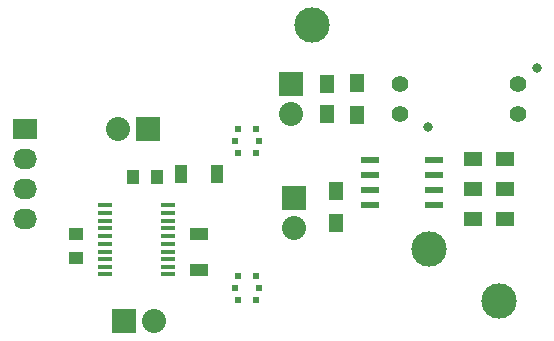
<source format=gts>
G04 #@! TF.FileFunction,Soldermask,Top*
%FSLAX46Y46*%
G04 Gerber Fmt 4.6, Leading zero omitted, Abs format (unit mm)*
G04 Created by KiCad (PCBNEW 0.201506222247+5806~23~ubuntu14.04.1-product) date Tue 30 Jun 2015 21:50:21 CEST*
%MOMM*%
G01*
G04 APERTURE LIST*
%ADD10C,0.100000*%
%ADD11C,0.609600*%
%ADD12R,1.250000X1.500000*%
%ADD13R,2.032000X2.032000*%
%ADD14O,2.032000X2.032000*%
%ADD15R,1.300000X1.500000*%
%ADD16R,1.500000X1.300000*%
%ADD17C,2.999740*%
%ADD18C,0.800000*%
%ADD19C,1.400000*%
%ADD20R,1.550000X0.600000*%
%ADD21C,3.000000*%
%ADD22R,1.000000X1.250000*%
%ADD23R,1.000000X1.600000*%
%ADD24R,1.250000X1.000000*%
%ADD25R,1.600000X1.000000*%
%ADD26R,2.032000X1.727200*%
%ADD27O,2.032000X1.727200*%
%ADD28R,1.270000X0.406400*%
G04 APERTURE END LIST*
D10*
D11*
X146431000Y-102616000D03*
X146177000Y-103632000D03*
X146431000Y-104648000D03*
X148209000Y-103632000D03*
X147955000Y-102616000D03*
X147955000Y-104648000D03*
D12*
X153924000Y-86380000D03*
X153924000Y-88880000D03*
D13*
X150876000Y-86360000D03*
D14*
X150876000Y-88900000D03*
D13*
X151130000Y-96012000D03*
D14*
X151130000Y-98552000D03*
D15*
X154686000Y-98124000D03*
X154686000Y-95424000D03*
D16*
X168990000Y-97790000D03*
X166290000Y-97790000D03*
D15*
X156464000Y-88980000D03*
X156464000Y-86280000D03*
D16*
X168990000Y-92710000D03*
X166290000Y-92710000D03*
X166290000Y-95250000D03*
X168990000Y-95250000D03*
D17*
X162560000Y-100330000D03*
D18*
X171700000Y-85030000D03*
X162500000Y-89980000D03*
D19*
X170100000Y-88900000D03*
X170100000Y-86360000D03*
X160100000Y-88900000D03*
X160100000Y-86360000D03*
D20*
X162974000Y-96647000D03*
X162974000Y-95377000D03*
X162974000Y-94107000D03*
X162974000Y-92837000D03*
X157574000Y-92837000D03*
X157574000Y-94107000D03*
X157574000Y-95377000D03*
X157574000Y-96647000D03*
D21*
X152654000Y-81407000D03*
X168529000Y-104775000D03*
D22*
X139557000Y-94234000D03*
X137557000Y-94234000D03*
D23*
X141629000Y-93980000D03*
X144629000Y-93980000D03*
D24*
X132715000Y-99076000D03*
X132715000Y-101076000D03*
D25*
X143129000Y-99084000D03*
X143129000Y-102084000D03*
D13*
X138811000Y-90170000D03*
D14*
X136271000Y-90170000D03*
D26*
X128397000Y-90170000D03*
D27*
X128397000Y-92710000D03*
X128397000Y-95250000D03*
X128397000Y-97790000D03*
D13*
X136779000Y-106426000D03*
D14*
X139319000Y-106426000D03*
D28*
X135128000Y-96647000D03*
X135128000Y-97282000D03*
X135128000Y-97942400D03*
X135128000Y-98602800D03*
X135128000Y-99237800D03*
X135128000Y-99898200D03*
X135128000Y-100558600D03*
X135128000Y-101193600D03*
X135128000Y-101854000D03*
X135128000Y-102489000D03*
X140462000Y-102489000D03*
X140462000Y-101854000D03*
X140462000Y-101193600D03*
X140462000Y-100558600D03*
X140462000Y-99898200D03*
X140462000Y-99237800D03*
X140462000Y-98602800D03*
X140462000Y-97942400D03*
X140462000Y-97282000D03*
X140462000Y-96647000D03*
D11*
X146431000Y-90170000D03*
X146177000Y-91186000D03*
X146431000Y-92202000D03*
X148209000Y-91186000D03*
X147955000Y-90170000D03*
X147955000Y-92202000D03*
M02*

</source>
